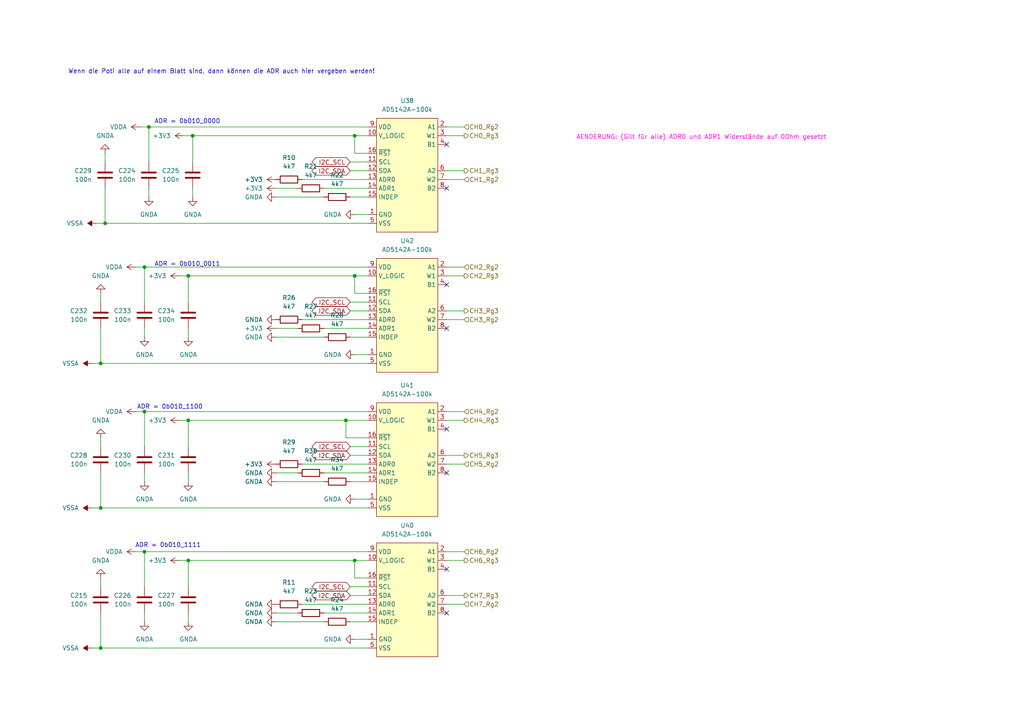
<source format=kicad_sch>
(kicad_sch (version 20250114) (generator "eeschema") (generator_version "9.0")
  (paper "A4")
  (lib_symbols
    (symbol "common_library:AD5142A" (exclude_from_sim yes)
      (property "Reference" "U" (at 0 3.556 0))
      (property "Value" "AD5142A" (at 0 0.762 0))
      (symbol "AD5142A_1_1"
        (rectangle (start -8.89 0) (end 8.89 -33.02) (fill (type background)))
        (pin power_in line (at -11.43 -2.54 0) (length 2.54) (name "VDD") (number "9"))
        (pin input line (at -11.43 -5.08 0) (length 2.54) (name "V_LOGIC") (number "10"))
        (pin input line (at -11.43 -10.16 0) (length 2.54) (name "~{RST}") (number "16"))
        (pin input line (at -11.43 -12.7 0) (length 2.54) (name "SCL") (number "11"))
        (pin input line (at -11.43 -15.24 0) (length 2.54) (name "SDA") (number "12"))
        (pin input line (at -11.43 -17.78 0) (length 2.54) (name "ADR0") (number "13"))
        (pin input line (at -11.43 -20.32 0) (length 2.54) (name "ADR1") (number "14"))
        (pin input line (at -11.43 -22.86 0) (length 2.54) (name "INDEP") (number "15"))
        (pin passive line (at -11.43 -27.94 0) (length 2.54) (name "GND") (number "1"))
        (pin passive line (at -11.43 -30.48 0) (length 2.54) (hide yes) (name "EXP") (number "17"))
        (pin power_in line (at -11.43 -30.48 0) (length 2.54) (name "VSS") (number "5"))
        (pin bidirectional line (at 11.43 -2.54 180) (length 2.54) (name "A1") (number "2"))
        (pin bidirectional line (at 11.43 -5.08 180) (length 2.54) (name "W1") (number "3"))
        (pin bidirectional line (at 11.43 -7.62 180) (length 2.54) (name "B1") (number "4"))
        (pin bidirectional line (at 11.43 -15.24 180) (length 2.54) (name "A2") (number "6"))
        (pin bidirectional line (at 11.43 -17.78 180) (length 2.54) (name "W2") (number "7"))
        (pin bidirectional line (at 11.43 -20.32 180) (length 2.54) (name "B2") (number "8"))
      )
    )
    (symbol "passive:C0603" (pin_numbers (hide yes)) (pin_names (offset 0.254))
      (property "Reference" "C" (at 0.635 2.54 0))
      (property "Value" "C0603" (at 0.635 -2.54 0))
      (symbol "C0603_0_1"
        (polyline (pts (xy -2.032 0.762) (xy 2.032 0.762)) (stroke (width 0.508)))
        (polyline (pts (xy -2.032 -0.762) (xy 2.032 -0.762)) (stroke (width 0.508)))
      )
      (symbol "C0603_1_1"
        (pin passive line (at 0 3.81 270) (length 2.794) (name "~") (number "1"))
        (pin passive line (at 0 -3.81 90) (length 2.794) (name "~") (number "2"))
      )
    )
    (symbol "passive:R0603" (pin_numbers (hide yes)) (pin_names (offset 0))
      (property "Reference" "R" (at 2.032 0 90))
      (property "Value" "R" (at 0 0 90))
      (symbol "R0603_0_1"
        (rectangle (start -1.016 -2.54) (end 1.016 2.54) (stroke (width 0.254)))
      )
      (symbol "R0603_1_1"
        (pin passive line (at 0 3.81 270) (length 1.27) (name "~") (number "1"))
        (pin passive line (at 0 -3.81 90) (length 1.27) (name "~") (number "2"))
      )
    )
    (symbol "power:+3V3" (power) (pin_numbers (hide yes)) (pin_names (offset 0) (hide yes))
      (property "Value" "+3V3" (at 0 3.556 0))
      (symbol "+3V3_0_1"
        (polyline (pts (xy -0.762 1.27) (xy 0 2.54)))
        (polyline (pts (xy 0 2.54) (xy 0.762 1.27)))
        (polyline (pts (xy 0 0) (xy 0 2.54)))
      )
      (symbol "+3V3_1_1"
        (pin power_in line (at 0 0 90) (length 0) (name "~") (number "1"))
      )
    )
    (symbol "power:GNDA" (power) (pin_numbers (hide yes)) (pin_names (offset 0) (hide yes))
      (property "Value" "GNDA" (at 0 -3.81 0))
      (symbol "GNDA_0_1"
        (polyline (pts (xy 0 0) (xy 0 -1.27) (xy 1.27 -1.27) (xy 0 -2.54) (xy -1.27 -1.27) (xy 0 -1.27)))
      )
      (symbol "GNDA_1_1"
        (pin power_in line (at 0 0 270) (length 0) (name "~") (number "1"))
      )
    )
    (symbol "power:VDDA" (power) (pin_numbers (hide yes)) (pin_names (offset 0) (hide yes))
      (property "Value" "VDDA" (at 0 3.556 0))
      (symbol "VDDA_0_1"
        (polyline (pts (xy -0.762 1.27) (xy 0 2.54)))
        (polyline (pts (xy 0 2.54) (xy 0.762 1.27)))
        (polyline (pts (xy 0 0) (xy 0 2.54)))
      )
      (symbol "VDDA_1_1"
        (pin power_in line (at 0 0 90) (length 0) (name "~") (number "1"))
      )
    )
    (symbol "power:VSSA" (power) (pin_numbers (hide yes)) (pin_names (offset 0) (hide yes))
      (property "Value" "VSSA" (at 0 3.556 0))
      (symbol "VSSA_0_1"
        (polyline (pts (xy 0 0) (xy 0 2.54)))
        (polyline (pts (xy 0.762 1.27) (xy -0.762 1.27) (xy 0 2.54) (xy 0.762 1.27)) (fill (type outline)))
      )
      (symbol "VSSA_1_1"
        (pin power_in line (at 0 0 90) (length 0) (name "~") (number "1"))
      )
    )
  )
  (text "AENDERUNG: (Gilt für alle) ADR0 und ADR1 Widerstände auf 0Ohm gesetzt" (at 167.132 39.878 0) (effects (font (size 1.27 1.27)) (justify left)))
  (text "ADR = 0b010_0000" (at 54.356 35.306 0) (effects (font (size 1.27 1.27))))
  (text "Wenn die Poti alle auf einem Blatt sind, dann können die ADR auch hier vergeben werden!\n" (at 64.262 20.828 0) (effects (font (size 1.27 1.27))))
  (text "ADR = 0b010_1111" (at 48.768 158.242 0) (effects (font (size 1.27 1.27))))
  (text "ADR = 0b010_0011" (at 54.356 76.708 0) (effects (font (size 1.27 1.27))))
  (text "ADR = 0b010_1100" (at 49.276 118.11 0) (effects (font (size 1.27 1.27))))
  (junction (at 54.61 162.56))
  (junction (at 41.91 160.02))
  (junction (at 43.18 36.83))
  (junction (at 55.88 39.37))
  (junction (at 102.87 162.56))
  (junction (at 30.48 64.77))
  (junction (at 29.21 105.41))
  (junction (at 29.21 147.32))
  (junction (at 54.61 80.01))
  (junction (at 41.91 77.47))
  (junction (at 100.33 121.92))
  (junction (at 102.87 80.01))
  (junction (at 29.21 187.96))
  (junction (at 54.61 121.92))
  (junction (at 102.87 39.37))
  (junction (at 41.91 119.38))
  (no_connect (at 129.54 95.25))
  (no_connect (at 129.54 124.46))
  (no_connect (at 129.54 165.1))
  (no_connect (at 129.54 54.61))
  (no_connect (at 129.54 177.8))
  (no_connect (at 129.54 41.91))
  (no_connect (at 129.54 137.16))
  (no_connect (at 129.54 82.55))
  (wire (pts (xy 29.21 105.41) (xy 106.68 105.41)))
  (wire (pts (xy 54.61 162.56) (xy 52.07 162.56)))
  (wire (pts (xy 26.67 105.41) (xy 29.21 105.41)))
  (wire (pts (xy 102.87 185.42) (xy 106.68 185.42)))
  (wire (pts (xy 134.62 121.92) (xy 129.54 121.92)))
  (wire (pts (xy 29.21 167.64) (xy 29.21 170.18)))
  (wire (pts (xy 106.68 85.09) (xy 102.87 85.09)))
  (wire (pts (xy 41.91 119.38) (xy 41.91 129.54)))
  (wire (pts (xy 39.37 160.02) (xy 41.91 160.02)))
  (wire (pts (xy 101.6 132.08) (xy 106.68 132.08)))
  (wire (pts (xy 100.33 127) (xy 100.33 121.92)))
  (wire (pts (xy 55.88 39.37) (xy 55.88 46.99)))
  (wire (pts (xy 102.87 102.87) (xy 106.68 102.87)))
  (wire (pts (xy 54.61 80.01) (xy 54.61 87.63)))
  (wire (pts (xy 29.21 105.41) (xy 29.21 95.25)))
  (wire (pts (xy 26.67 147.32) (xy 29.21 147.32)))
  (wire (pts (xy 134.62 162.56) (xy 129.54 162.56)))
  (wire (pts (xy 93.98 177.8) (xy 106.68 177.8)))
  (wire (pts (xy 43.18 54.61) (xy 43.18 57.15)))
  (wire (pts (xy 106.68 147.32) (xy 29.21 147.32)))
  (wire (pts (xy 102.87 39.37) (xy 106.68 39.37)))
  (wire (pts (xy 93.98 180.34) (xy 80.01 180.34)))
  (wire (pts (xy 54.61 121.92) (xy 54.61 129.54)))
  (wire (pts (xy 39.37 119.38) (xy 41.91 119.38)))
  (wire (pts (xy 93.98 57.15) (xy 80.01 57.15)))
  (wire (pts (xy 102.87 167.64) (xy 102.87 162.56)))
  (wire (pts (xy 134.62 39.37) (xy 129.54 39.37)))
  (wire (pts (xy 54.61 80.01) (xy 102.87 80.01)))
  (wire (pts (xy 106.68 134.62) (xy 87.63 134.62)))
  (wire (pts (xy 41.91 77.47) (xy 41.91 87.63)))
  (wire (pts (xy 39.37 77.47) (xy 41.91 77.47)))
  (wire (pts (xy 101.6 49.53) (xy 106.68 49.53)))
  (wire (pts (xy 134.62 160.02) (xy 129.54 160.02)))
  (wire (pts (xy 101.6 57.15) (xy 106.68 57.15)))
  (wire (pts (xy 41.91 119.38) (xy 106.68 119.38)))
  (wire (pts (xy 101.6 172.72) (xy 106.68 172.72)))
  (wire (pts (xy 134.62 36.83) (xy 129.54 36.83)))
  (wire (pts (xy 102.87 85.09) (xy 102.87 80.01)))
  (wire (pts (xy 93.98 139.7) (xy 80.01 139.7)))
  (wire (pts (xy 101.6 46.99) (xy 106.68 46.99)))
  (wire (pts (xy 101.6 139.7) (xy 106.68 139.7)))
  (wire (pts (xy 86.36 54.61) (xy 80.01 54.61)))
  (wire (pts (xy 54.61 80.01) (xy 52.07 80.01)))
  (wire (pts (xy 101.6 90.17) (xy 106.68 90.17)))
  (wire (pts (xy 102.87 62.23) (xy 106.68 62.23)))
  (wire (pts (xy 27.94 64.77) (xy 30.48 64.77)))
  (wire (pts (xy 41.91 160.02) (xy 106.68 160.02)))
  (wire (pts (xy 30.48 64.77) (xy 106.68 64.77)))
  (wire (pts (xy 41.91 95.25) (xy 41.91 97.79)))
  (wire (pts (xy 86.36 95.25) (xy 80.01 95.25)))
  (wire (pts (xy 106.68 52.07) (xy 87.63 52.07)))
  (wire (pts (xy 29.21 85.09) (xy 29.21 87.63)))
  (wire (pts (xy 54.61 137.16) (xy 54.61 139.7)))
  (wire (pts (xy 134.62 132.08) (xy 129.54 132.08)))
  (wire (pts (xy 29.21 147.32) (xy 29.21 137.16)))
  (wire (pts (xy 134.62 134.62) (xy 129.54 134.62)))
  (wire (pts (xy 106.68 92.71) (xy 87.63 92.71)))
  (wire (pts (xy 55.88 39.37) (xy 102.87 39.37)))
  (wire (pts (xy 106.68 44.45) (xy 102.87 44.45)))
  (wire (pts (xy 101.6 170.18) (xy 106.68 170.18)))
  (wire (pts (xy 54.61 121.92) (xy 100.33 121.92)))
  (wire (pts (xy 106.68 167.64) (xy 102.87 167.64)))
  (wire (pts (xy 134.62 92.71) (xy 129.54 92.71)))
  (wire (pts (xy 134.62 80.01) (xy 129.54 80.01)))
  (wire (pts (xy 41.91 137.16) (xy 41.91 139.7)))
  (wire (pts (xy 93.98 95.25) (xy 106.68 95.25)))
  (wire (pts (xy 134.62 172.72) (xy 129.54 172.72)))
  (wire (pts (xy 26.67 187.96) (xy 29.21 187.96)))
  (wire (pts (xy 100.33 121.92) (xy 106.68 121.92)))
  (wire (pts (xy 54.61 95.25) (xy 54.61 97.79)))
  (wire (pts (xy 134.62 119.38) (xy 129.54 119.38)))
  (wire (pts (xy 29.21 127) (xy 29.21 129.54)))
  (wire (pts (xy 86.36 177.8) (xy 80.01 177.8)))
  (wire (pts (xy 54.61 162.56) (xy 102.87 162.56)))
  (wire (pts (xy 106.68 127) (xy 100.33 127)))
  (wire (pts (xy 55.88 54.61) (xy 55.88 57.15)))
  (wire (pts (xy 106.68 187.96) (xy 29.21 187.96)))
  (wire (pts (xy 30.48 64.77) (xy 30.48 54.61)))
  (wire (pts (xy 101.6 180.34) (xy 106.68 180.34)))
  (wire (pts (xy 30.48 44.45) (xy 30.48 46.99)))
  (wire (pts (xy 55.88 39.37) (xy 53.34 39.37)))
  (wire (pts (xy 101.6 129.54) (xy 106.68 129.54)))
  (wire (pts (xy 29.21 187.96) (xy 29.21 177.8)))
  (wire (pts (xy 134.62 77.47) (xy 129.54 77.47)))
  (wire (pts (xy 93.98 97.79) (xy 80.01 97.79)))
  (wire (pts (xy 101.6 87.63) (xy 106.68 87.63)))
  (wire (pts (xy 101.6 97.79) (xy 106.68 97.79)))
  (wire (pts (xy 41.91 160.02) (xy 41.91 170.18)))
  (wire (pts (xy 54.61 162.56) (xy 54.61 170.18)))
  (wire (pts (xy 40.64 36.83) (xy 43.18 36.83)))
  (wire (pts (xy 43.18 36.83) (xy 106.68 36.83)))
  (wire (pts (xy 41.91 77.47) (xy 106.68 77.47)))
  (wire (pts (xy 134.62 90.17) (xy 129.54 90.17)))
  (wire (pts (xy 43.18 36.83) (xy 43.18 46.99)))
  (wire (pts (xy 102.87 162.56) (xy 106.68 162.56)))
  (wire (pts (xy 106.68 175.26) (xy 87.63 175.26)))
  (wire (pts (xy 54.61 177.8) (xy 54.61 180.34)))
  (wire (pts (xy 102.87 80.01) (xy 106.68 80.01)))
  (wire (pts (xy 86.36 137.16) (xy 80.01 137.16)))
  (wire (pts (xy 93.98 54.61) (xy 106.68 54.61)))
  (wire (pts (xy 102.87 44.45) (xy 102.87 39.37)))
  (wire (pts (xy 134.62 175.26) (xy 129.54 175.26)))
  (wire (pts (xy 129.54 49.53) (xy 134.62 49.53)))
  (wire (pts (xy 102.87 144.78) (xy 106.68 144.78)))
  (wire (pts (xy 54.61 121.92) (xy 52.07 121.92)))
  (wire (pts (xy 93.98 137.16) (xy 106.68 137.16)))
  (wire (pts (xy 41.91 177.8) (xy 41.91 180.34)))
  (wire (pts (xy 129.54 52.07) (xy 134.62 52.07)))
  (global_label "I2C_SCL" (shape bidirectional) (at 101.6 46.99 180) (property "Intersheetrefs" "${INTERSHEET_REFS}" (effects (hide yes))))
  (global_label "I2C_SCL" (shape bidirectional) (at 101.6 87.63 180) (property "Intersheetrefs" "${INTERSHEET_REFS}" (effects (hide yes))))
  (global_label "I2C_SDA" (shape bidirectional) (at 101.6 132.08 180) (property "Intersheetrefs" "${INTERSHEET_REFS}" (effects (hide yes))))
  (global_label "I2C_SCL" (shape bidirectional) (at 101.6 170.18 180) (property "Intersheetrefs" "${INTERSHEET_REFS}" (effects (hide yes))))
  (global_label "I2C_SDA" (shape bidirectional) (at 101.6 172.72 180) (property "Intersheetrefs" "${INTERSHEET_REFS}" (effects (hide yes))))
  (global_label "I2C_SDA" (shape bidirectional) (at 101.6 90.17 180) (property "Intersheetrefs" "${INTERSHEET_REFS}" (effects (hide yes))))
  (global_label "I2C_SCL" (shape bidirectional) (at 101.6 129.54 180) (property "Intersheetrefs" "${INTERSHEET_REFS}" (effects (hide yes))))
  (global_label "I2C_SDA" (shape bidirectional) (at 101.6 49.53 180) (property "Intersheetrefs" "${INTERSHEET_REFS}" (effects (hide yes))))
  (hierarchical_label "CH0_Rg3" (shape output) (at 134.62 39.37 0))
  (hierarchical_label "CH3_Rg3" (shape output) (at 134.62 90.17 0))
  (hierarchical_label "CH4_Rg2" (shape input) (at 134.62 119.38 0))
  (hierarchical_label "CH4_Rg3" (shape output) (at 134.62 121.92 0))
  (hierarchical_label "CH5_Rg2" (shape input) (at 134.62 134.62 0))
  (hierarchical_label "CH1_Rg3" (shape output) (at 134.62 49.53 0))
  (hierarchical_label "CH6_Rg3" (shape output) (at 134.62 162.56 0))
  (hierarchical_label "CH5_Rg3" (shape output) (at 134.62 132.08 0))
  (hierarchical_label "CH1_Rg2" (shape input) (at 134.62 52.07 0))
  (hierarchical_label "CH7_Rg2" (shape input) (at 134.62 175.26 0))
  (hierarchical_label "CH2_Rg3" (shape output) (at 134.62 80.01 0))
  (hierarchical_label "CH6_Rg2" (shape input) (at 134.62 160.02 0))
  (hierarchical_label "CH2_Rg2" (shape input) (at 134.62 77.47 0))
  (hierarchical_label "CH3_Rg2" (shape input) (at 134.62 92.71 0))
  (hierarchical_label "CH0_Rg2" (shape input) (at 134.62 36.83 0))
  (hierarchical_label "CH7_Rg3" (shape output) (at 134.62 172.72 0))
  (symbol (lib_id "power:GNDA") (at 54.61 139.7 0) (unit 1)
    (property "Reference" "#PWR0252" (effects (hide yes)))
    (property "Value" "GNDA" (at 54.61 144.78 0))
    (property "Description" "Power symbol creates a global label with name \"GNDA\" , analog ground" (effects (hide yes)))
  )
  (symbol (lib_id "passive:C0603") (at 41.91 91.44 0) (mirror y) (unit 1)
    (property "Reference" "C233" (at 38.1 90.1699 0) (effects (justify left)))
    (property "Value" "100n" (at 38.1 92.7099 0) (effects (justify left)))
    (property "Footprint" "Capacitor_SMD:C_0603_1608Metric" (effects (hide yes)))
    (property "Description" "Unpolarized capacitor" (effects (hide yes)))
  )
  (symbol (lib_id "power:GNDA") (at 102.87 102.87 270) (unit 1)
    (property "Reference" "#PWR0260" (effects (hide yes)))
    (property "Value" "GNDA" (at 99.06 102.8699 90) (effects (justify right)))
    (property "Description" "Power symbol creates a global label with name \"GNDA\" , analog ground" (effects (hide yes)))
  )
  (symbol (lib_id "power:GNDA") (at 80.01 97.79 270) (unit 1)
    (property "Reference" "#PWR0284" (effects (hide yes)))
    (property "Value" "GNDA" (at 76.2 97.7899 90) (effects (justify right)))
    (property "Description" "Power symbol creates a global label with name \"GNDA\" , analog ground" (effects (hide yes)))
  )
  (symbol (lib_id "power:VDDA") (at 40.64 36.83 90) (unit 1)
    (property "Reference" "#PWR0239" (effects (hide yes)))
    (property "Value" "VDDA" (at 36.83 36.8299 90) (effects (justify left)))
    (property "Description" "Power symbol creates a global label with name \"VDDA\"" (effects (hide yes)))
  )
  (symbol (lib_id "passive:C0603") (at 43.18 50.8 0) (mirror y) (unit 1)
    (property "Reference" "C224" (at 39.37 49.5299 0) (effects (justify left)))
    (property "Value" "100n" (at 39.37 52.0699 0) (effects (justify left)))
    (property "Footprint" "Capacitor_SMD:C_0603_1608Metric" (effects (hide yes)))
    (property "Description" "Unpolarized capacitor" (effects (hide yes)))
  )
  (symbol (lib_id "power:+3V3") (at 80.01 95.25 90) (unit 1)
    (property "Reference" "#PWR0293" (effects (hide yes)))
    (property "Value" "+3V3" (at 76.2 95.2499 90) (effects (justify left)))
    (property "Description" "Power symbol creates a global label with name \"+3V3\"" (effects (hide yes)))
  )
  (symbol (lib_id "passive:R0603") (at 83.82 175.26 90) (unit 1) (in_bom no)
    (property "Reference" "R11" (at 83.82 168.91 90))
    (property "Value" "4k7" (at 83.82 171.45 90))
    (property "Footprint" "Resistor_SMD:R_0603_1608Metric" (effects (hide yes)))
    (property "Description" "Resistor" (effects (hide yes)))
  )
  (symbol (lib_id "power:GNDA") (at 80.01 137.16 270) (unit 1)
    (property "Reference" "#PWR0311" (effects (hide yes)))
    (property "Value" "GNDA" (at 76.2 137.1599 90) (effects (justify right)))
    (property "Description" "Power symbol creates a global label with name \"GNDA\" , analog ground" (effects (hide yes)))
  )
  (symbol (lib_id "power:GNDA") (at 29.21 167.64 0) (mirror x) (unit 1)
    (property "Reference" "#PWR0237" (effects (hide yes)))
    (property "Value" "GNDA" (at 29.21 162.56 0))
    (property "Description" "Power symbol creates a global label with name \"GNDA\" , analog ground" (effects (hide yes)))
  )
  (symbol (lib_id "power:GNDA") (at 102.87 185.42 270) (unit 1)
    (property "Reference" "#PWR0245" (effects (hide yes)))
    (property "Value" "GNDA" (at 99.06 185.4199 90) (effects (justify right)))
    (property "Description" "Power symbol creates a global label with name \"GNDA\" , analog ground" (effects (hide yes)))
  )
  (symbol (lib_id "power:GNDA") (at 29.21 127 0) (mirror x) (unit 1)
    (property "Reference" "#PWR0247" (effects (hide yes)))
    (property "Value" "GNDA" (at 29.21 121.92 0))
    (property "Description" "Power symbol creates a global label with name \"GNDA\" , analog ground" (effects (hide yes)))
  )
  (symbol (lib_id "passive:R0603") (at 97.79 139.7 90) (unit 1) (in_bom no)
    (property "Reference" "R34" (at 97.79 133.35 90))
    (property "Value" "4k7" (at 97.79 135.89 90))
    (property "Footprint" "Resistor_SMD:R_0603_1608Metric" (effects (hide yes)))
    (property "Description" "Resistor" (effects (hide yes)))
  )
  (symbol (lib_id "passive:C0603") (at 41.91 173.99 0) (mirror y) (unit 1)
    (property "Reference" "C226" (at 38.1 172.7199 0) (effects (justify left)))
    (property "Value" "100n" (at 38.1 175.2599 0) (effects (justify left)))
    (property "Footprint" "Capacitor_SMD:C_0603_1608Metric" (effects (hide yes)))
    (property "Description" "Unpolarized capacitor" (effects (hide yes)))
  )
  (symbol (lib_id "power:+3V3") (at 80.01 54.61 90) (unit 1)
    (property "Reference" "#PWR0289" (effects (hide yes)))
    (property "Value" "+3V3" (at 76.2 54.6099 90) (effects (justify left)))
    (property "Description" "Power symbol creates a global label with name \"+3V3\"" (effects (hide yes)))
  )
  (symbol (lib_id "power:VDDA") (at 39.37 77.47 90) (unit 1)
    (property "Reference" "#PWR0256" (effects (hide yes)))
    (property "Value" "VDDA" (at 35.56 77.4699 90) (effects (justify left)))
    (property "Description" "Power symbol creates a global label with name \"VDDA\"" (effects (hide yes)))
  )
  (symbol (lib_id "passive:C0603") (at 54.61 173.99 0) (mirror y) (unit 1)
    (property "Reference" "C227" (at 50.8 172.7199 0) (effects (justify left)))
    (property "Value" "100n" (at 50.8 175.2599 0) (effects (justify left)))
    (property "Footprint" "Capacitor_SMD:C_0603_1608Metric" (effects (hide yes)))
    (property "Description" "Unpolarized capacitor" (effects (hide yes)))
  )
  (symbol (lib_id "passive:C0603") (at 54.61 133.35 0) (mirror y) (unit 1)
    (property "Reference" "C231" (at 50.8 132.0799 0) (effects (justify left)))
    (property "Value" "100n" (at 50.8 134.6199 0) (effects (justify left)))
    (property "Footprint" "Capacitor_SMD:C_0603_1608Metric" (effects (hide yes)))
    (property "Description" "Unpolarized capacitor" (effects (hide yes)))
  )
  (symbol (lib_id "passive:R0603") (at 97.79 57.15 90) (unit 1)
    (property "Reference" "R22" (at 97.79 50.8 90))
    (property "Value" "4k7" (at 97.79 53.34 90))
    (property "Footprint" "Resistor_SMD:R_0603_1608Metric" (effects (hide yes)))
    (property "Description" "Resistor" (effects (hide yes)))
  )
  (symbol (lib_id "power:GNDA") (at 43.18 57.15 0) (mirror y) (unit 1)
    (property "Reference" "#PWR0238" (effects (hide yes)))
    (property "Value" "GNDA" (at 43.18 62.23 0))
    (property "Description" "Power symbol creates a global label with name \"GNDA\" , analog ground" (effects (hide yes)))
  )
  (symbol (lib_id "passive:C0603") (at 55.88 50.8 0) (mirror y) (unit 1)
    (property "Reference" "C225" (at 52.07 49.5299 0) (effects (justify left)))
    (property "Value" "100n" (at 52.07 52.0699 0) (effects (justify left)))
    (property "Footprint" "Capacitor_SMD:C_0603_1608Metric" (effects (hide yes)))
    (property "Description" "Unpolarized capacitor" (effects (hide yes)))
  )
  (symbol (lib_id "power:VSSA") (at 27.94 64.77 90) (unit 1)
    (property "Reference" "#PWR0273" (effects (hide yes)))
    (property "Value" "VSSA" (at 24.13 64.7699 90) (effects (justify left)))
    (property "Description" "Power symbol creates a global label with name \"VSSA\"" (effects (hide yes)))
  )
  (symbol (lib_id "passive:R0603") (at 90.17 137.16 90) (unit 1) (in_bom no)
    (property "Reference" "R30" (at 90.17 130.81 90))
    (property "Value" "4k7" (at 90.17 133.35 90))
    (property "Footprint" "Resistor_SMD:R_0603_1608Metric" (effects (hide yes)))
    (property "Description" "Resistor" (effects (hide yes)))
  )
  (symbol (lib_id "power:GNDA") (at 80.01 177.8 270) (unit 1)
    (property "Reference" "#PWR0313" (effects (hide yes)))
    (property "Value" "GNDA" (at 76.2 177.7999 90) (effects (justify right)))
    (property "Description" "Power symbol creates a global label with name \"GNDA\" , analog ground" (effects (hide yes)))
  )
  (symbol (lib_id "passive:R0603") (at 90.17 177.8 90) (unit 1) (in_bom no)
    (property "Reference" "R23" (at 90.17 171.45 90))
    (property "Value" "4k7" (at 90.17 173.99 90))
    (property "Footprint" "Resistor_SMD:R_0603_1608Metric" (effects (hide yes)))
    (property "Description" "Resistor" (effects (hide yes)))
  )
  (symbol (lib_id "passive:R0603") (at 90.17 54.61 90) (unit 1)
    (property "Reference" "R21" (at 90.17 48.26 90))
    (property "Value" "4k7" (at 90.17 50.8 90))
    (property "Footprint" "Resistor_SMD:R_0603_1608Metric" (effects (hide yes)))
    (property "Description" "Resistor" (effects (hide yes)))
  )
  (symbol (lib_id "power:VSSA") (at 26.67 147.32 90) (unit 1)
    (property "Reference" "#PWR0246" (effects (hide yes)))
    (property "Value" "VSSA" (at 22.86 147.3199 90) (effects (justify left)))
    (property "Description" "Power symbol creates a global label with name \"VSSA\"" (effects (hide yes)))
  )
  (symbol (lib_id "passive:C0603") (at 54.61 91.44 0) (mirror y) (unit 1)
    (property "Reference" "C234" (at 50.8 90.1699 0) (effects (justify left)))
    (property "Value" "100n" (at 50.8 92.7099 0) (effects (justify left)))
    (property "Footprint" "Capacitor_SMD:C_0603_1608Metric" (effects (hide yes)))
    (property "Description" "Unpolarized capacitor" (effects (hide yes)))
  )
  (symbol (lib_id "power:+3V3") (at 80.01 52.07 90) (unit 1)
    (property "Reference" "#PWR0285" (effects (hide yes)))
    (property "Value" "+3V3" (at 76.2 52.0699 90) (effects (justify left)))
    (property "Description" "Power symbol creates a global label with name \"+3V3\"" (effects (hide yes)))
  )
  (symbol (lib_id "power:GNDA") (at 30.48 44.45 0) (mirror x) (unit 1)
    (property "Reference" "#PWR0250" (effects (hide yes)))
    (property "Value" "GNDA" (at 30.48 39.37 0))
    (property "Description" "Power symbol creates a global label with name \"GNDA\" , analog ground" (effects (hide yes)))
  )
  (symbol (lib_id "power:GNDA") (at 54.61 180.34 0) (unit 1)
    (property "Reference" "#PWR0244" (effects (hide yes)))
    (property "Value" "GNDA" (at 54.61 185.42 0))
    (property "Description" "Power symbol creates a global label with name \"GNDA\" , analog ground" (effects (hide yes)))
  )
  (symbol (lib_id "power:+3V3") (at 53.34 39.37 90) (unit 1)
    (property "Reference" "#PWR0297" (effects (hide yes)))
    (property "Value" "+3V3" (at 49.53 39.3699 90) (effects (justify left)))
    (property "Description" "Power symbol creates a global label with name \"+3V3\"" (effects (hide yes)))
  )
  (symbol (lib_id "power:VSSA") (at 26.67 105.41 90) (unit 1)
    (property "Reference" "#PWR0254" (effects (hide yes)))
    (property "Value" "VSSA" (at 22.86 105.4099 90) (effects (justify left)))
    (property "Description" "Power symbol creates a global label with name \"VSSA\"" (effects (hide yes)))
  )
  (symbol (lib_id "power:GNDA") (at 80.01 175.26 270) (unit 1)
    (property "Reference" "#PWR0312" (effects (hide yes)))
    (property "Value" "GNDA" (at 76.2 175.2599 90) (effects (justify right)))
    (property "Description" "Power symbol creates a global label with name \"GNDA\" , analog ground" (effects (hide yes)))
  )
  (symbol (lib_id "passive:R0603") (at 83.82 134.62 90) (unit 1) (in_bom no)
    (property "Reference" "R29" (at 83.82 128.27 90))
    (property "Value" "4k7" (at 83.82 130.81 90))
    (property "Footprint" "Resistor_SMD:R_0603_1608Metric" (effects (hide yes)))
    (property "Description" "Resistor" (effects (hide yes)))
  )
  (symbol (lib_id "power:+3V3") (at 52.07 121.92 90) (unit 1)
    (property "Reference" "#PWR0251" (effects (hide yes)))
    (property "Value" "+3V3" (at 48.26 121.9199 90) (effects (justify left)))
    (property "Description" "Power symbol creates a global label with name \"+3V3\"" (effects (hide yes)))
  )
  (symbol (lib_id "passive:C0603") (at 29.21 91.44 0) (mirror y) (unit 1)
    (property "Reference" "C232" (at 25.4 90.1699 0) (effects (justify left)))
    (property "Value" "100n" (at 25.4 92.7099 0) (effects (justify left)))
    (property "Footprint" "Capacitor_SMD:C_0603_1608Metric" (effects (hide yes)))
    (property "Description" "Unpolarized capacitor" (effects (hide yes)))
  )
  (symbol (lib_id "passive:C0603") (at 29.21 133.35 0) (mirror y) (unit 1)
    (property "Reference" "C228" (at 25.4 132.0799 0) (effects (justify left)))
    (property "Value" "100n" (at 25.4 134.6199 0) (effects (justify left)))
    (property "Footprint" "Capacitor_SMD:C_0603_1608Metric" (effects (hide yes)))
    (property "Description" "Unpolarized capacitor" (effects (hide yes)))
  )
  (symbol (lib_id "power:VDDA") (at 39.37 119.38 90) (unit 1)
    (property "Reference" "#PWR0248" (effects (hide yes)))
    (property "Value" "VDDA" (at 35.56 119.3799 90) (effects (justify left)))
    (property "Description" "Power symbol creates a global label with name \"VDDA\"" (effects (hide yes)))
  )
  (symbol (lib_id "passive:C0603") (at 41.91 133.35 0) (mirror y) (unit 1)
    (property "Reference" "C230" (at 38.1 132.0799 0) (effects (justify left)))
    (property "Value" "100n" (at 38.1 134.6199 0) (effects (justify left)))
    (property "Footprint" "Capacitor_SMD:C_0603_1608Metric" (effects (hide yes)))
    (property "Description" "Unpolarized capacitor" (effects (hide yes)))
  )
  (symbol (lib_id "passive:R0603") (at 83.82 52.07 90) (unit 1)
    (property "Reference" "R10" (at 83.82 45.72 90))
    (property "Value" "4k7" (at 83.82 48.26 90))
    (property "Footprint" "Resistor_SMD:R_0603_1608Metric" (effects (hide yes)))
    (property "Description" "Resistor" (effects (hide yes)))
  )
  (symbol (lib_id "power:GNDA") (at 80.01 139.7 270) (unit 1)
    (property "Reference" "#PWR0281" (effects (hide yes)))
    (property "Value" "GNDA" (at 76.2 139.6999 90) (effects (justify right)))
    (property "Description" "Power symbol creates a global label with name \"GNDA\" , analog ground" (effects (hide yes)))
  )
  (symbol (lib_id "common_library:AD5142A") (at 118.11 34.29 0) (unit 1) (exclude_from_sim yes)
    (property "Reference" "U38" (at 118.11 29.21 0))
    (property "Value" "AD5142A-100k" (at 118.11 31.75 0))
    (property "Footprint" "Package_CSP:LFCSP-16-1EP_3x3mm_P0.5mm_EP1.5x1.5mm" (effects (hide yes)))
    (property "Datasheet" "https://www.analog.com/media/en/technical-documentation/data-sheets/ad5122a_5142a.pdf" (effects (hide yes)))
    (property "Description" "Dual Channel, 128-/256-Position, I2C, Nonvolatile Digital Potentiomete" (effects (hide yes)))
  )
  (symbol (lib_id "passive:C0603") (at 29.21 173.99 0) (mirror y) (unit 1)
    (property "Reference" "C215" (at 25.4 172.7199 0) (effects (justify left)))
    (property "Value" "100n" (at 25.4 175.2599 0) (effects (justify left)))
    (property "Footprint" "Capacitor_SMD:C_0603_1608Metric" (effects (hide yes)))
    (property "Description" "Unpolarized capacitor" (effects (hide yes)))
  )
  (symbol (lib_id "power:GNDA") (at 55.88 57.15 0) (unit 1)
    (property "Reference" "#PWR0240" (effects (hide yes)))
    (property "Value" "GNDA" (at 55.88 62.23 0))
    (property "Description" "Power symbol creates a global label with name \"GNDA\" , analog ground" (effects (hide yes)))
  )
  (symbol (lib_id "power:GNDA") (at 80.01 180.34 270) (unit 1)
    (property "Reference" "#PWR0283" (effects (hide yes)))
    (property "Value" "GNDA" (at 76.2 180.3399 90) (effects (justify right)))
    (property "Description" "Power symbol creates a global label with name \"GNDA\" , analog ground" (effects (hide yes)))
  )
  (symbol (lib_id "power:GNDA") (at 54.61 97.79 0) (unit 1)
    (property "Reference" "#PWR0259" (effects (hide yes)))
    (property "Value" "GNDA" (at 54.61 102.87 0))
    (property "Description" "Power symbol creates a global label with name \"GNDA\" , analog ground" (effects (hide yes)))
  )
  (symbol (lib_id "passive:R0603") (at 97.79 97.79 90) (unit 1) (in_bom no)
    (property "Reference" "R28" (at 97.79 91.44 90))
    (property "Value" "4k7" (at 97.79 93.98 90))
    (property "Footprint" "Resistor_SMD:R_0603_1608Metric" (effects (hide yes)))
    (property "Description" "Resistor" (effects (hide yes)))
  )
  (symbol (lib_id "power:GNDA") (at 102.87 144.78 270) (unit 1)
    (property "Reference" "#PWR0253" (effects (hide yes)))
    (property "Value" "GNDA" (at 99.06 144.7799 90) (effects (justify right)))
    (property "Description" "Power symbol creates a global label with name \"GNDA\" , analog ground" (effects (hide yes)))
  )
  (symbol (lib_id "power:GNDA") (at 41.91 97.79 0) (mirror y) (unit 1)
    (property "Reference" "#PWR0257" (effects (hide yes)))
    (property "Value" "GNDA" (at 41.91 102.87 0))
    (property "Description" "Power symbol creates a global label with name \"GNDA\" , analog ground" (effects (hide yes)))
  )
  (symbol (lib_id "power:GNDA") (at 80.01 92.71 270) (unit 1)
    (property "Reference" "#PWR0291" (effects (hide yes)))
    (property "Value" "GNDA" (at 76.2 92.7099 90) (effects (justify right)))
    (property "Description" "Power symbol creates a global label with name \"GNDA\" , analog ground" (effects (hide yes)))
  )
  (symbol (lib_id "passive:R0603") (at 83.82 92.71 90) (unit 1) (in_bom no)
    (property "Reference" "R26" (at 83.82 86.36 90))
    (property "Value" "4k7" (at 83.82 88.9 90))
    (property "Footprint" "Resistor_SMD:R_0603_1608Metric" (effects (hide yes)))
    (property "Description" "Resistor" (effects (hide yes)))
  )
  (symbol (lib_id "common_library:AD5142A") (at 118.11 116.84 0) (unit 1) (exclude_from_sim yes)
    (property "Reference" "U41" (at 118.11 111.76 0))
    (property "Value" "AD5142A-100k" (at 118.11 114.3 0))
    (property "Footprint" "Package_CSP:LFCSP-16-1EP_3x3mm_P0.5mm_EP1.5x1.5mm" (effects (hide yes)))
    (property "Datasheet" "https://www.analog.com/media/en/technical-documentation/data-sheets/ad5122a_5142a.pdf" (effects (hide yes)))
    (property "Description" "Dual Channel, 128-/256-Position, I2C, Nonvolatile Digital Potentiomete" (effects (hide yes)))
  )
  (symbol (lib_id "common_library:AD5142A") (at 118.11 74.93 0) (unit 1) (exclude_from_sim yes)
    (property "Reference" "U42" (at 118.11 69.85 0))
    (property "Value" "AD5142A-100k" (at 118.11 72.39 0))
    (property "Footprint" "Package_CSP:LFCSP-16-1EP_3x3mm_P0.5mm_EP1.5x1.5mm" (effects (hide yes)))
    (property "Datasheet" "https://www.analog.com/media/en/technical-documentation/data-sheets/ad5122a_5142a.pdf" (effects (hide yes)))
    (property "Description" "Dual Channel, 128-/256-Position, I2C, Nonvolatile Digital Potentiomete" (effects (hide yes)))
  )
  (symbol (lib_id "passive:C0603") (at 30.48 50.8 0) (mirror y) (unit 1)
    (property "Reference" "C229" (at 26.67 49.5299 0) (effects (justify left)))
    (property "Value" "100n" (at 26.67 52.0699 0) (effects (justify left)))
    (property "Footprint" "Capacitor_SMD:C_0603_1608Metric" (effects (hide yes)))
    (property "Description" "Unpolarized capacitor" (effects (hide yes)))
  )
  (symbol (lib_id "passive:R0603") (at 90.17 95.25 90) (unit 1) (in_bom no)
    (property "Reference" "R27" (at 90.17 88.9 90))
    (property "Value" "4k7" (at 90.17 91.44 90))
    (property "Footprint" "Resistor_SMD:R_0603_1608Metric" (effects (hide yes)))
    (property "Description" "Resistor" (effects (hide yes)))
  )
  (symbol (lib_id "power:GNDA") (at 80.01 57.15 270) (unit 1)
    (property "Reference" "#PWR0261" (effects (hide yes)))
    (property "Value" "GNDA" (at 76.2 57.1499 90) (effects (justify right)))
    (property "Description" "Power symbol creates a global label with name \"GNDA\" , analog ground" (effects (hide yes)))
  )
  (symbol (lib_id "power:GNDA") (at 41.91 180.34 0) (mirror y) (unit 1)
    (property "Reference" "#PWR0242" (effects (hide yes)))
    (property "Value" "GNDA" (at 41.91 185.42 0))
    (property "Description" "Power symbol creates a global label with name \"GNDA\" , analog ground" (effects (hide yes)))
  )
  (symbol (lib_id "power:GNDA") (at 29.21 85.09 0) (mirror x) (unit 1)
    (property "Reference" "#PWR0255" (effects (hide yes)))
    (property "Value" "GNDA" (at 29.21 80.01 0))
    (property "Description" "Power symbol creates a global label with name \"GNDA\" , analog ground" (effects (hide yes)))
  )
  (symbol (lib_id "power:+3V3") (at 52.07 80.01 90) (unit 1)
    (property "Reference" "#PWR0258" (effects (hide yes)))
    (property "Value" "+3V3" (at 48.26 80.0099 90) (effects (justify left)))
    (property "Description" "Power symbol creates a global label with name \"+3V3\"" (effects (hide yes)))
  )
  (symbol (lib_id "power:+3V3") (at 80.01 134.62 90) (unit 1)
    (property "Reference" "#PWR0296" (effects (hide yes)))
    (property "Value" "+3V3" (at 76.2 134.6199 90) (effects (justify left)))
    (property "Description" "Power symbol creates a global label with name \"+3V3\"" (effects (hide yes)))
  )
  (symbol (lib_id "power:+3V3") (at 52.07 162.56 90) (unit 1)
    (property "Reference" "#PWR0243" (effects (hide yes)))
    (property "Value" "+3V3" (at 48.26 162.5599 90) (effects (justify left)))
    (property "Description" "Power symbol creates a global label with name \"+3V3\"" (effects (hide yes)))
  )
  (symbol (lib_id "power:GNDA") (at 102.87 62.23 270) (unit 1)
    (property "Reference" "#PWR0264" (effects (hide yes)))
    (property "Value" "GNDA" (at 99.06 62.2299 90) (effects (justify right)))
    (property "Description" "Power symbol creates a global label with name \"GNDA\" , analog ground" (effects (hide yes)))
  )
  (symbol (lib_id "power:VDDA") (at 39.37 160.02 90) (unit 1)
    (property "Reference" "#PWR0241" (effects (hide yes)))
    (property "Value" "VDDA" (at 35.56 160.0199 90) (effects (justify left)))
    (property "Description" "Power symbol creates a global label with name \"VDDA\"" (effects (hide yes)))
  )
  (symbol (lib_id "common_library:AD5142A") (at 118.11 157.48 0) (unit 1) (exclude_from_sim yes)
    (property "Reference" "U40" (at 118.11 152.4 0))
    (property "Value" "AD5142A-100k" (at 118.11 154.94 0))
    (property "Footprint" "Package_CSP:LFCSP-16-1EP_3x3mm_P0.5mm_EP1.5x1.5mm" (effects (hide yes)))
    (property "Datasheet" "https://www.analog.com/media/en/technical-documentation/data-sheets/ad5122a_5142a.pdf" (effects (hide yes)))
    (property "Description" "Dual Channel, 128-/256-Position, I2C, Nonvolatile Digital Potentiomete" (effects (hide yes)))
  )
  (symbol (lib_id "power:GNDA") (at 41.91 139.7 0) (mirror y) (unit 1)
    (property "Reference" "#PWR0249" (effects (hide yes)))
    (property "Value" "GNDA" (at 41.91 144.78 0))
    (property "Description" "Power symbol creates a global label with name \"GNDA\" , analog ground" (effects (hide yes)))
  )
  (symbol (lib_id "passive:R0603") (at 97.79 180.34 90) (unit 1) (in_bom no)
    (property "Reference" "R24" (at 97.79 173.99 90))
    (property "Value" "4k7" (at 97.79 176.53 90))
    (property "Footprint" "Resistor_SMD:R_0603_1608Metric" (effects (hide yes)))
    (property "Description" "Resistor" (effects (hide yes)))
  )
  (symbol (lib_id "power:VSSA") (at 26.67 187.96 90) (unit 1)
    (property "Reference" "#PWR0211" (effects (hide yes)))
    (property "Value" "VSSA" (at 22.86 187.9599 90) (effects (justify left)))
    (property "Description" "Power symbol creates a global label with name \"VSSA\"" (effects (hide yes)))
  )
)
</source>
